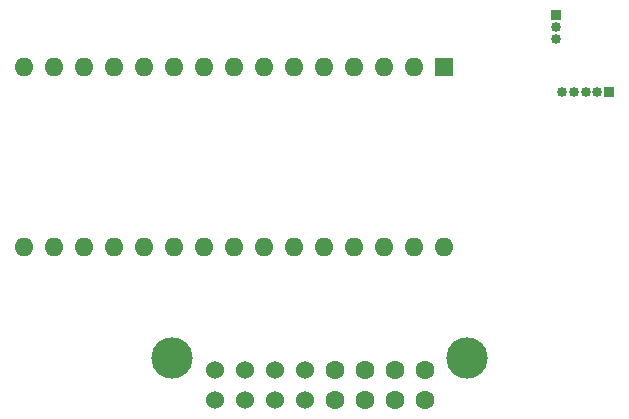
<source format=gbr>
%TF.GenerationSoftware,KiCad,Pcbnew,8.0.1*%
%TF.CreationDate,2024-06-07T19:00:36+02:00*%
%TF.ProjectId,PCB_Plaque_Basse,5043425f-506c-4617-9175-655f42617373,rev?*%
%TF.SameCoordinates,Original*%
%TF.FileFunction,Soldermask,Bot*%
%TF.FilePolarity,Negative*%
%FSLAX46Y46*%
G04 Gerber Fmt 4.6, Leading zero omitted, Abs format (unit mm)*
G04 Created by KiCad (PCBNEW 8.0.1) date 2024-06-07 19:00:36*
%MOMM*%
%LPD*%
G01*
G04 APERTURE LIST*
%ADD10R,1.600000X1.600000*%
%ADD11O,1.600000X1.600000*%
%ADD12R,0.850000X0.850000*%
%ADD13O,0.850000X0.850000*%
%ADD14C,3.500000*%
%ADD15C,1.600000*%
%ADD16C,1.524000*%
G04 APERTURE END LIST*
D10*
%TO.C,Arduino_Nano1*%
X148880000Y-64640000D03*
D11*
X146340000Y-64640000D03*
X143800000Y-64640000D03*
X141260000Y-64640000D03*
X138720000Y-64640000D03*
X136180000Y-64640000D03*
X133640000Y-64640000D03*
X131100000Y-64640000D03*
X128560000Y-64640000D03*
X126020000Y-64640000D03*
X123480000Y-64640000D03*
X120940000Y-64640000D03*
X118400000Y-64640000D03*
X115860000Y-64640000D03*
X113320000Y-64640000D03*
X113320000Y-79880000D03*
X115860000Y-79880000D03*
X118400000Y-79880000D03*
X120940000Y-79880000D03*
X123480000Y-79880000D03*
X126020000Y-79880000D03*
X128560000Y-79880000D03*
X131100000Y-79880000D03*
X133640000Y-79880000D03*
X136180000Y-79880000D03*
X138720000Y-79880000D03*
X141260000Y-79880000D03*
X143800000Y-79880000D03*
X146340000Y-79880000D03*
X148880000Y-79880000D03*
%TD*%
D12*
%TO.C,Inter_plaques1*%
X162830000Y-66750000D03*
D13*
X161830000Y-66750000D03*
X160830000Y-66750000D03*
X159830000Y-66750000D03*
X158830000Y-66750000D03*
%TD*%
D14*
%TO.C,Module_SD1*%
X125830000Y-89250000D03*
X150830000Y-89250000D03*
D15*
X147220000Y-92790000D03*
X147220000Y-90250000D03*
X144680000Y-92790000D03*
X144680000Y-90250000D03*
X142140000Y-92790000D03*
X142140000Y-90250000D03*
X139600000Y-92790000D03*
X139600000Y-90250000D03*
D16*
X137060000Y-92790000D03*
X137060000Y-90250000D03*
X134520000Y-92790000D03*
X134520000Y-90250000D03*
X131980000Y-92790000D03*
X131980000Y-90250000D03*
X129440000Y-92790000D03*
X129440000Y-90250000D03*
%TD*%
D12*
%TO.C,Inter_in_c1*%
X158330000Y-60250000D03*
D13*
X158330000Y-61250000D03*
X158330000Y-62250000D03*
%TD*%
M02*

</source>
